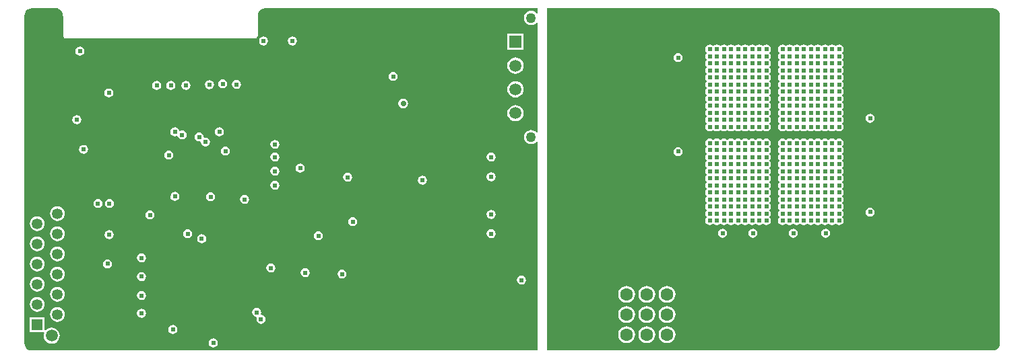
<source format=gbr>
%TF.GenerationSoftware,Altium Limited,Altium Designer,20.1.14 (287)*%
G04 Layer_Physical_Order=3*
G04 Layer_Color=16440176*
%FSLAX26Y26*%
%MOIN*%
%TF.SameCoordinates,99935E59-988C-4C8E-A83C-0B030DBE8EB2*%
%TF.FilePolarity,Positive*%
%TF.FileFunction,Copper,L3,Inr,Signal*%
%TF.Part,Single*%
G01*
G75*
%TA.AperFunction,ViaPad*%
%ADD41C,0.024000*%
%TA.AperFunction,ComponentPad*%
%ADD42C,0.062992*%
%ADD43C,0.059843*%
%ADD44R,0.059843X0.059843*%
%ADD45C,0.053150*%
%ADD46R,0.053150X0.053150*%
%ADD47C,0.050000*%
%ADD48C,0.059055*%
%TA.AperFunction,ViaPad*%
%ADD49C,0.028000*%
G36*
X180614Y1712176D02*
X188881Y1708751D01*
X195981Y1703304D01*
X201428Y1696204D01*
X204853Y1687937D01*
X205412Y1683691D01*
X205946Y1678917D01*
X205933Y1678851D01*
X206103Y1677994D01*
X206531Y1674141D01*
X206517Y1580001D01*
X206517Y1580000D01*
X206517Y1579999D01*
X206517Y1578295D01*
X207680Y1572442D01*
X210995Y1567480D01*
X215956Y1564164D01*
X221809Y1562999D01*
X227662Y1564162D01*
X228476Y1564706D01*
X1148470Y1564706D01*
X1149282Y1564163D01*
X1155135Y1562999D01*
X1160988Y1564163D01*
X1165949Y1567479D01*
X1169265Y1572440D01*
X1170429Y1578293D01*
Y1673123D01*
X1170804Y1677166D01*
X1170944Y1677866D01*
X1170931Y1677932D01*
X1171465Y1682706D01*
X1172024Y1686952D01*
X1175448Y1695219D01*
X1180896Y1702319D01*
X1187995Y1707766D01*
X1196263Y1711190D01*
X1204931Y1712332D01*
X1205237Y1712271D01*
X2555000D01*
Y1688044D01*
X2550000Y1686346D01*
X2547263Y1689914D01*
X2539951Y1695524D01*
X2531437Y1699050D01*
X2522300Y1700253D01*
X2513164Y1699050D01*
X2504649Y1695524D01*
X2497338Y1689914D01*
X2491728Y1682602D01*
X2488201Y1674088D01*
X2486998Y1664951D01*
X2488201Y1655814D01*
X2491728Y1647300D01*
X2497338Y1639989D01*
X2504649Y1634379D01*
X2513164Y1630852D01*
X2522300Y1629649D01*
X2531437Y1630852D01*
X2539951Y1634379D01*
X2547263Y1639989D01*
X2550000Y1643556D01*
X2555000Y1641859D01*
Y1097491D01*
X2550000Y1095794D01*
X2547263Y1099361D01*
X2539951Y1104971D01*
X2531437Y1108498D01*
X2522300Y1109701D01*
X2513164Y1108498D01*
X2504649Y1104971D01*
X2497338Y1099361D01*
X2491728Y1092050D01*
X2488201Y1083535D01*
X2486998Y1074399D01*
X2488201Y1065262D01*
X2491728Y1056748D01*
X2497338Y1049436D01*
X2504649Y1043826D01*
X2513164Y1040300D01*
X2522300Y1039097D01*
X2531437Y1040300D01*
X2539951Y1043826D01*
X2547263Y1049436D01*
X2550000Y1053004D01*
X2555000Y1051306D01*
Y16257D01*
X55241Y16257D01*
X50729Y16333D01*
X50348Y16408D01*
X50282Y16395D01*
X45509Y16930D01*
X41263Y17488D01*
X32995Y20913D01*
X25896Y26360D01*
X20448Y33460D01*
X17024Y41727D01*
X16465Y45973D01*
X15931Y50747D01*
X15944Y50813D01*
X15798Y51545D01*
X15409Y55548D01*
X15409Y1673130D01*
X15798Y1677134D01*
X15944Y1677866D01*
X15931Y1677932D01*
X16465Y1682706D01*
X17024Y1686952D01*
X20448Y1695219D01*
X25896Y1702319D01*
X32995Y1707766D01*
X41263Y1711190D01*
X45509Y1711749D01*
X50282Y1712284D01*
X50348Y1712271D01*
X50768Y1712354D01*
X55212Y1712494D01*
X171227D01*
X174002Y1713046D01*
X180614Y1712176D01*
D02*
G37*
G36*
X4816408Y1711190D02*
X4824676Y1707766D01*
X4831775Y1702319D01*
X4837223Y1695219D01*
X4840647Y1686952D01*
X4841206Y1682706D01*
X4841741Y1677932D01*
X4841727Y1677866D01*
X4841810Y1677453D01*
X4841941Y1672999D01*
X4841941Y55680D01*
X4841810Y51226D01*
X4841727Y50813D01*
X4841741Y50747D01*
X4841206Y45973D01*
X4840647Y41727D01*
X4837223Y33460D01*
X4831775Y26360D01*
X4824676Y20913D01*
X4816408Y17488D01*
X4812163Y16930D01*
X4807389Y16395D01*
X4807323Y16408D01*
X4806943Y16333D01*
X4802430Y16257D01*
X2600000Y16257D01*
Y1712271D01*
X4808203D01*
X4816408Y1711190D01*
D02*
G37*
%LPC*%
G36*
X1341647Y1573209D02*
X1333063Y1571502D01*
X1325786Y1566639D01*
X1320923Y1559362D01*
X1319216Y1550778D01*
X1320923Y1542194D01*
X1325786Y1534917D01*
X1333063Y1530054D01*
X1341647Y1528347D01*
X1350231Y1530054D01*
X1357508Y1534917D01*
X1362370Y1542194D01*
X1364078Y1550778D01*
X1362370Y1559362D01*
X1357508Y1566639D01*
X1350231Y1571502D01*
X1341647Y1573209D01*
D02*
G37*
G36*
X1198852D02*
X1190268Y1571502D01*
X1182991Y1566639D01*
X1178128Y1559362D01*
X1176421Y1550778D01*
X1178128Y1542194D01*
X1182991Y1534917D01*
X1190268Y1530054D01*
X1198852Y1528347D01*
X1207436Y1530054D01*
X1214713Y1534917D01*
X1219575Y1542194D01*
X1221283Y1550778D01*
X1219575Y1559362D01*
X1214713Y1566639D01*
X1207436Y1571502D01*
X1198852Y1573209D01*
D02*
G37*
G36*
X2485056Y1586762D02*
X2405214D01*
Y1506920D01*
X2485056D01*
Y1586762D01*
D02*
G37*
G36*
X290000Y1522431D02*
X281416Y1520724D01*
X274139Y1515861D01*
X269276Y1508584D01*
X267569Y1500000D01*
X269276Y1491416D01*
X274139Y1484139D01*
X281416Y1479276D01*
X290000Y1477569D01*
X298584Y1479276D01*
X305861Y1484139D01*
X310724Y1491416D01*
X312431Y1500000D01*
X310724Y1508584D01*
X305861Y1515861D01*
X298584Y1520724D01*
X290000Y1522431D01*
D02*
G37*
G36*
X2445135Y1468996D02*
X2434713Y1467624D01*
X2425002Y1463602D01*
X2416663Y1457203D01*
X2410264Y1448864D01*
X2406241Y1439152D01*
X2404869Y1428731D01*
X2406241Y1418309D01*
X2410264Y1408598D01*
X2416663Y1400259D01*
X2425002Y1393860D01*
X2434713Y1389837D01*
X2445135Y1388465D01*
X2455557Y1389837D01*
X2465268Y1393860D01*
X2473607Y1400259D01*
X2480006Y1408598D01*
X2484029Y1418309D01*
X2485401Y1428731D01*
X2484029Y1439152D01*
X2480006Y1448864D01*
X2473607Y1457203D01*
X2465268Y1463602D01*
X2455557Y1467624D01*
X2445135Y1468996D01*
D02*
G37*
G36*
X1839921Y1397510D02*
X1831337Y1395802D01*
X1824060Y1390940D01*
X1819198Y1383663D01*
X1817490Y1375079D01*
X1819198Y1366495D01*
X1824060Y1359218D01*
X1831337Y1354355D01*
X1839921Y1352648D01*
X1848505Y1354355D01*
X1855782Y1359218D01*
X1860645Y1366495D01*
X1862352Y1375079D01*
X1860645Y1383663D01*
X1855782Y1390940D01*
X1848505Y1395802D01*
X1839921Y1397510D01*
D02*
G37*
G36*
X997000Y1360846D02*
X988416Y1359138D01*
X981139Y1354276D01*
X976276Y1346999D01*
X974569Y1338415D01*
X976276Y1329831D01*
X981139Y1322554D01*
X988416Y1317691D01*
X997000Y1315984D01*
X1005584Y1317691D01*
X1012861Y1322554D01*
X1017723Y1329831D01*
X1019431Y1338415D01*
X1017723Y1346999D01*
X1012861Y1354276D01*
X1005584Y1359138D01*
X997000Y1360846D01*
D02*
G37*
G36*
X1065000Y1357431D02*
X1056416Y1355724D01*
X1049139Y1350861D01*
X1044276Y1343584D01*
X1042569Y1335000D01*
X1044276Y1326416D01*
X1049139Y1319139D01*
X1056416Y1314276D01*
X1065000Y1312569D01*
X1073584Y1314276D01*
X1080861Y1319139D01*
X1085724Y1326416D01*
X1087431Y1335000D01*
X1085724Y1343584D01*
X1080861Y1350861D01*
X1073584Y1355724D01*
X1065000Y1357431D01*
D02*
G37*
G36*
X930911Y1356756D02*
X922327Y1355049D01*
X915050Y1350187D01*
X910187Y1342909D01*
X908480Y1334325D01*
X910187Y1325741D01*
X915050Y1318464D01*
X922327Y1313602D01*
X930911Y1311894D01*
X939495Y1313602D01*
X946772Y1318464D01*
X951634Y1325741D01*
X953342Y1334325D01*
X951634Y1342909D01*
X946772Y1350187D01*
X939495Y1355049D01*
X930911Y1356756D01*
D02*
G37*
G36*
X815000Y1352431D02*
X806416Y1350724D01*
X799139Y1345861D01*
X794277Y1338584D01*
X792569Y1330000D01*
X794277Y1321416D01*
X799139Y1314139D01*
X806416Y1309276D01*
X815000Y1307569D01*
X823584Y1309276D01*
X830861Y1314139D01*
X835723Y1321416D01*
X837431Y1330000D01*
X835723Y1338584D01*
X830861Y1345861D01*
X823584Y1350724D01*
X815000Y1352431D01*
D02*
G37*
G36*
X740000D02*
X731416Y1350724D01*
X724139Y1345861D01*
X719277Y1338584D01*
X717569Y1330000D01*
X719277Y1321416D01*
X724139Y1314139D01*
X731416Y1309276D01*
X740000Y1307569D01*
X748584Y1309276D01*
X755861Y1314139D01*
X760723Y1321416D01*
X762431Y1330000D01*
X760723Y1338584D01*
X755861Y1345861D01*
X748584Y1350724D01*
X740000Y1352431D01*
D02*
G37*
G36*
X670000D02*
X661416Y1350724D01*
X654139Y1345861D01*
X649277Y1338584D01*
X647569Y1330000D01*
X649277Y1321416D01*
X654139Y1314139D01*
X661416Y1309276D01*
X670000Y1307569D01*
X678584Y1309276D01*
X685861Y1314139D01*
X690723Y1321416D01*
X692431Y1330000D01*
X690723Y1338584D01*
X685861Y1345861D01*
X678584Y1350724D01*
X670000Y1352431D01*
D02*
G37*
G36*
X433387Y1315431D02*
X424803Y1313724D01*
X417526Y1308861D01*
X412664Y1301584D01*
X410956Y1293000D01*
X412664Y1284416D01*
X417526Y1277139D01*
X424803Y1272276D01*
X433387Y1270569D01*
X441971Y1272276D01*
X449248Y1277139D01*
X454111Y1284416D01*
X455818Y1293000D01*
X454111Y1301584D01*
X449248Y1308861D01*
X441971Y1313724D01*
X433387Y1315431D01*
D02*
G37*
G36*
X2445135Y1350886D02*
X2434713Y1349514D01*
X2425002Y1345492D01*
X2416663Y1339093D01*
X2410264Y1330754D01*
X2406241Y1321042D01*
X2404869Y1310621D01*
X2406241Y1300199D01*
X2410264Y1290488D01*
X2416663Y1282149D01*
X2425002Y1275749D01*
X2434713Y1271727D01*
X2445135Y1270355D01*
X2455557Y1271727D01*
X2465268Y1275749D01*
X2473607Y1282149D01*
X2480006Y1290488D01*
X2484029Y1300199D01*
X2485401Y1310621D01*
X2484029Y1321042D01*
X2480006Y1330754D01*
X2473607Y1339093D01*
X2465268Y1345492D01*
X2455557Y1349514D01*
X2445135Y1350886D01*
D02*
G37*
G36*
X1890000Y1264470D02*
X1880636Y1262608D01*
X1872697Y1257303D01*
X1867392Y1249364D01*
X1865530Y1240000D01*
X1867392Y1230636D01*
X1872697Y1222697D01*
X1880636Y1217392D01*
X1890000Y1215530D01*
X1899364Y1217392D01*
X1907303Y1222697D01*
X1912608Y1230636D01*
X1914470Y1240000D01*
X1912608Y1249364D01*
X1907303Y1257303D01*
X1899364Y1262608D01*
X1890000Y1264470D01*
D02*
G37*
G36*
X2445135Y1232776D02*
X2434713Y1231404D01*
X2425002Y1227381D01*
X2416663Y1220983D01*
X2410264Y1212643D01*
X2406241Y1202932D01*
X2404869Y1192510D01*
X2406241Y1182089D01*
X2410264Y1172378D01*
X2416663Y1164038D01*
X2425002Y1157639D01*
X2434713Y1153617D01*
X2445135Y1152245D01*
X2455557Y1153617D01*
X2465268Y1157639D01*
X2473607Y1164038D01*
X2480006Y1172378D01*
X2484029Y1182089D01*
X2485401Y1192510D01*
X2484029Y1202932D01*
X2480006Y1212643D01*
X2473607Y1220983D01*
X2465268Y1227381D01*
X2455557Y1231404D01*
X2445135Y1232776D01*
D02*
G37*
G36*
X275000Y1182431D02*
X266416Y1180724D01*
X259139Y1175861D01*
X254276Y1168584D01*
X252569Y1160000D01*
X254276Y1151416D01*
X259139Y1144139D01*
X266416Y1139276D01*
X275000Y1137569D01*
X283584Y1139276D01*
X290861Y1144139D01*
X295724Y1151416D01*
X297431Y1160000D01*
X295724Y1168584D01*
X290861Y1175861D01*
X283584Y1180724D01*
X275000Y1182431D01*
D02*
G37*
G36*
X980000Y1122431D02*
X971416Y1120724D01*
X964139Y1115861D01*
X959277Y1108584D01*
X957569Y1100000D01*
X959277Y1091416D01*
X964139Y1084139D01*
X971416Y1079276D01*
X980000Y1077569D01*
X988584Y1079276D01*
X995861Y1084139D01*
X1000723Y1091416D01*
X1002431Y1100000D01*
X1000723Y1108584D01*
X995861Y1115861D01*
X988584Y1120724D01*
X980000Y1122431D01*
D02*
G37*
G36*
X760410D02*
X751827Y1120724D01*
X744549Y1115861D01*
X739687Y1108584D01*
X737980Y1100000D01*
X739687Y1091416D01*
X744549Y1084139D01*
X751827Y1079276D01*
X760410Y1077569D01*
X768995Y1079276D01*
X770234Y1080104D01*
X774853Y1078191D01*
X775255Y1076171D01*
X780117Y1068894D01*
X787394Y1064032D01*
X795978Y1062324D01*
X804562Y1064032D01*
X811839Y1068894D01*
X816702Y1076171D01*
X818409Y1084755D01*
X816702Y1093340D01*
X811839Y1100617D01*
X804562Y1105479D01*
X795978Y1107187D01*
X787394Y1105479D01*
X786155Y1104651D01*
X781536Y1106564D01*
X781134Y1108584D01*
X776272Y1115861D01*
X768995Y1120724D01*
X760410Y1122431D01*
D02*
G37*
G36*
X880000Y1097431D02*
X871416Y1095724D01*
X864139Y1090861D01*
X859277Y1083584D01*
X857569Y1075000D01*
X859277Y1066416D01*
X864139Y1059139D01*
X871416Y1054276D01*
X880000Y1052569D01*
X884808Y1053525D01*
X889112Y1049537D01*
X890820Y1040953D01*
X895682Y1033676D01*
X902959Y1028813D01*
X911543Y1027106D01*
X920127Y1028813D01*
X927404Y1033676D01*
X932267Y1040953D01*
X933974Y1049537D01*
X932267Y1058121D01*
X927404Y1065398D01*
X920127Y1070260D01*
X911543Y1071968D01*
X906736Y1071011D01*
X902431Y1075000D01*
X900723Y1083584D01*
X895861Y1090861D01*
X888584Y1095724D01*
X880000Y1097431D01*
D02*
G37*
G36*
X1255000Y1060511D02*
X1246416Y1058803D01*
X1239139Y1053941D01*
X1234276Y1046664D01*
X1232569Y1038080D01*
X1234276Y1029496D01*
X1239139Y1022219D01*
X1246416Y1017356D01*
X1255000Y1015649D01*
X1263584Y1017356D01*
X1270861Y1022219D01*
X1275724Y1029496D01*
X1277431Y1038080D01*
X1275724Y1046664D01*
X1270861Y1053941D01*
X1263584Y1058803D01*
X1255000Y1060511D01*
D02*
G37*
G36*
X308788Y1035431D02*
X300204Y1033724D01*
X292927Y1028861D01*
X288065Y1021584D01*
X286357Y1013000D01*
X288065Y1004416D01*
X292927Y997139D01*
X300204Y992277D01*
X308788Y990569D01*
X317372Y992277D01*
X324649Y997139D01*
X329512Y1004416D01*
X331219Y1013000D01*
X329512Y1021584D01*
X324649Y1028861D01*
X317372Y1033724D01*
X308788Y1035431D01*
D02*
G37*
G36*
X1010000Y1027431D02*
X1001416Y1025724D01*
X994139Y1020861D01*
X989277Y1013584D01*
X987569Y1005000D01*
X989277Y996416D01*
X994139Y989139D01*
X1001416Y984277D01*
X1010000Y982569D01*
X1018584Y984277D01*
X1025861Y989139D01*
X1030724Y996416D01*
X1032431Y1005000D01*
X1030724Y1013584D01*
X1025861Y1020861D01*
X1018584Y1025724D01*
X1010000Y1027431D01*
D02*
G37*
G36*
X730000Y1007431D02*
X721416Y1005723D01*
X714139Y1000861D01*
X709277Y993584D01*
X707569Y985000D01*
X709277Y976416D01*
X714139Y969139D01*
X721416Y964277D01*
X730000Y962569D01*
X738584Y964277D01*
X745861Y969139D01*
X750723Y976416D01*
X752431Y985000D01*
X750723Y993584D01*
X745861Y1000861D01*
X738584Y1005723D01*
X730000Y1007431D01*
D02*
G37*
G36*
X2325000Y997431D02*
X2316416Y995723D01*
X2309139Y990861D01*
X2304276Y983584D01*
X2302569Y975000D01*
X2304276Y966416D01*
X2309139Y959139D01*
X2316416Y954277D01*
X2325000Y952569D01*
X2333584Y954277D01*
X2340861Y959139D01*
X2345724Y966416D01*
X2347431Y975000D01*
X2345724Y983584D01*
X2340861Y990861D01*
X2333584Y995723D01*
X2325000Y997431D01*
D02*
G37*
G36*
X1255000D02*
X1246416Y995723D01*
X1239139Y990861D01*
X1234276Y983584D01*
X1232569Y975000D01*
X1234276Y966416D01*
X1239139Y959139D01*
X1246416Y954277D01*
X1255000Y952569D01*
X1263584Y954277D01*
X1270861Y959139D01*
X1275724Y966416D01*
X1277431Y975000D01*
X1275724Y983584D01*
X1270861Y990861D01*
X1263584Y995723D01*
X1255000Y997431D01*
D02*
G37*
G36*
X1380000Y942431D02*
X1371416Y940723D01*
X1364139Y935861D01*
X1359276Y928584D01*
X1357569Y920000D01*
X1359276Y911416D01*
X1364139Y904139D01*
X1371416Y899277D01*
X1380000Y897569D01*
X1388584Y899277D01*
X1395861Y904139D01*
X1400724Y911416D01*
X1402431Y920000D01*
X1400724Y928584D01*
X1395861Y935861D01*
X1388584Y940723D01*
X1380000Y942431D01*
D02*
G37*
G36*
X1255000Y927431D02*
X1246416Y925723D01*
X1239139Y920861D01*
X1234276Y913584D01*
X1232569Y905000D01*
X1234276Y896416D01*
X1239139Y889139D01*
X1246416Y884277D01*
X1255000Y882569D01*
X1263584Y884277D01*
X1270861Y889139D01*
X1275724Y896416D01*
X1277431Y905000D01*
X1275724Y913584D01*
X1270861Y920861D01*
X1263584Y925723D01*
X1255000Y927431D01*
D02*
G37*
G36*
X2325000Y899803D02*
X2316416Y898095D01*
X2309139Y893233D01*
X2304276Y885956D01*
X2302569Y877371D01*
X2304276Y868788D01*
X2309139Y861510D01*
X2316416Y856648D01*
X2325000Y854941D01*
X2333584Y856648D01*
X2340861Y861510D01*
X2345724Y868788D01*
X2347431Y877371D01*
X2345724Y885956D01*
X2340861Y893233D01*
X2333584Y898095D01*
X2325000Y899803D01*
D02*
G37*
G36*
X1615000Y897431D02*
X1606416Y895723D01*
X1599139Y890861D01*
X1594276Y883584D01*
X1592569Y875000D01*
X1594276Y866416D01*
X1599139Y859139D01*
X1606416Y854277D01*
X1615000Y852569D01*
X1623584Y854277D01*
X1630861Y859139D01*
X1635724Y866416D01*
X1637431Y875000D01*
X1635724Y883584D01*
X1630861Y890861D01*
X1623584Y895723D01*
X1615000Y897431D01*
D02*
G37*
G36*
X1985000Y882431D02*
X1976416Y880723D01*
X1969139Y875861D01*
X1964276Y868584D01*
X1962569Y860000D01*
X1964276Y851416D01*
X1969139Y844139D01*
X1976416Y839277D01*
X1985000Y837569D01*
X1993584Y839277D01*
X2000861Y844139D01*
X2005724Y851416D01*
X2007431Y860000D01*
X2005724Y868584D01*
X2000861Y875861D01*
X1993584Y880723D01*
X1985000Y882431D01*
D02*
G37*
G36*
X1255000Y857431D02*
X1246416Y855723D01*
X1239139Y850861D01*
X1234276Y843584D01*
X1232569Y835000D01*
X1234276Y826416D01*
X1239139Y819139D01*
X1246416Y814277D01*
X1255000Y812569D01*
X1263584Y814277D01*
X1270861Y819139D01*
X1275724Y826416D01*
X1277431Y835000D01*
X1275724Y843584D01*
X1270861Y850861D01*
X1263584Y855723D01*
X1255000Y857431D01*
D02*
G37*
G36*
X760410Y802226D02*
X751827Y800518D01*
X744549Y795656D01*
X739687Y788379D01*
X737980Y779795D01*
X739687Y771211D01*
X744549Y763934D01*
X751827Y759071D01*
X760410Y757364D01*
X768995Y759071D01*
X776272Y763934D01*
X781134Y771211D01*
X782841Y779795D01*
X781134Y788379D01*
X776272Y795656D01*
X768995Y800518D01*
X760410Y802226D01*
D02*
G37*
G36*
X936443Y801059D02*
X927859Y799352D01*
X920582Y794489D01*
X915720Y787212D01*
X914012Y778628D01*
X915720Y770044D01*
X920582Y762767D01*
X927859Y757905D01*
X936443Y756197D01*
X945027Y757905D01*
X952304Y762767D01*
X957167Y770044D01*
X958874Y778628D01*
X957167Y787212D01*
X952304Y794489D01*
X945027Y799352D01*
X936443Y801059D01*
D02*
G37*
G36*
X1105000Y787431D02*
X1096416Y785723D01*
X1089139Y780861D01*
X1084276Y773584D01*
X1082569Y765000D01*
X1084276Y756416D01*
X1089139Y749139D01*
X1096416Y744277D01*
X1105000Y742569D01*
X1113584Y744277D01*
X1120861Y749139D01*
X1125724Y756416D01*
X1127431Y765000D01*
X1125724Y773584D01*
X1120861Y780861D01*
X1113584Y785723D01*
X1105000Y787431D01*
D02*
G37*
G36*
X436082Y767431D02*
X427498Y765723D01*
X420221Y760861D01*
X415358Y753584D01*
X413651Y745000D01*
X415358Y736416D01*
X420221Y729139D01*
X427498Y724277D01*
X436082Y722569D01*
X444666Y724277D01*
X451943Y729139D01*
X456805Y736416D01*
X458513Y745000D01*
X456805Y753584D01*
X451943Y760861D01*
X444666Y765723D01*
X436082Y767431D01*
D02*
G37*
G36*
X379503D02*
X370919Y765723D01*
X363642Y760861D01*
X358779Y753584D01*
X357072Y745000D01*
X358779Y736416D01*
X363642Y729139D01*
X370919Y724277D01*
X379503Y722569D01*
X388087Y724277D01*
X395364Y729139D01*
X400226Y736416D01*
X401934Y745000D01*
X400226Y753584D01*
X395364Y760861D01*
X388087Y765723D01*
X379503Y767431D01*
D02*
G37*
G36*
X2325000Y713227D02*
X2316416Y711520D01*
X2309139Y706658D01*
X2304276Y699380D01*
X2302569Y690796D01*
X2304276Y682212D01*
X2309139Y674935D01*
X2316416Y670073D01*
X2325000Y668365D01*
X2333584Y670073D01*
X2340861Y674935D01*
X2345724Y682212D01*
X2347431Y690796D01*
X2345724Y699380D01*
X2340861Y706658D01*
X2333584Y711520D01*
X2325000Y713227D01*
D02*
G37*
G36*
X636828Y711024D02*
X628244Y709316D01*
X620967Y704454D01*
X616104Y697177D01*
X614397Y688593D01*
X616104Y680009D01*
X620967Y672731D01*
X628244Y667869D01*
X636828Y666162D01*
X645412Y667869D01*
X652689Y672731D01*
X657551Y680009D01*
X659259Y688593D01*
X657551Y697177D01*
X652689Y704454D01*
X645412Y709316D01*
X636828Y711024D01*
D02*
G37*
G36*
X179134Y732009D02*
X169586Y730751D01*
X160689Y727066D01*
X153048Y721204D01*
X147186Y713563D01*
X143500Y704666D01*
X142244Y695118D01*
X143500Y685570D01*
X147186Y676673D01*
X153048Y669033D01*
X160689Y663170D01*
X169586Y659485D01*
X179134Y658228D01*
X188682Y659485D01*
X197579Y663170D01*
X205219Y669033D01*
X211082Y676673D01*
X214767Y685570D01*
X216024Y695118D01*
X214767Y704666D01*
X211082Y713563D01*
X205219Y721204D01*
X197579Y727066D01*
X188682Y730751D01*
X179134Y732009D01*
D02*
G37*
G36*
X1640000Y677431D02*
X1631416Y675723D01*
X1624139Y670861D01*
X1619276Y663584D01*
X1617569Y655000D01*
X1619276Y646416D01*
X1624139Y639139D01*
X1631416Y634277D01*
X1640000Y632569D01*
X1648584Y634277D01*
X1655861Y639139D01*
X1660724Y646416D01*
X1662431Y655000D01*
X1660724Y663584D01*
X1655861Y670861D01*
X1648584Y675723D01*
X1640000Y677431D01*
D02*
G37*
G36*
X79134Y682009D02*
X69586Y680751D01*
X60689Y677066D01*
X53048Y671204D01*
X47186Y663563D01*
X43501Y654666D01*
X42243Y645118D01*
X43501Y635570D01*
X47186Y626673D01*
X53048Y619033D01*
X60689Y613170D01*
X69586Y609485D01*
X79134Y608228D01*
X88682Y609485D01*
X97579Y613170D01*
X105219Y619033D01*
X111082Y626673D01*
X114767Y635570D01*
X116024Y645118D01*
X114767Y654666D01*
X111082Y663563D01*
X105219Y671204D01*
X97579Y677066D01*
X88682Y680751D01*
X79134Y682009D01*
D02*
G37*
G36*
X823126Y617549D02*
X814542Y615842D01*
X807265Y610979D01*
X802403Y603702D01*
X800695Y595118D01*
X802403Y586534D01*
X807265Y579257D01*
X814542Y574395D01*
X823126Y572687D01*
X831710Y574395D01*
X838987Y579257D01*
X843850Y586534D01*
X845557Y595118D01*
X843850Y603702D01*
X838987Y610979D01*
X831710Y615842D01*
X823126Y617549D01*
D02*
G37*
G36*
X2325000Y617431D02*
X2316416Y615723D01*
X2309139Y610861D01*
X2304276Y603584D01*
X2302569Y595000D01*
X2304276Y586416D01*
X2309139Y579139D01*
X2316416Y574277D01*
X2325000Y572569D01*
X2333584Y574277D01*
X2340861Y579139D01*
X2345724Y586416D01*
X2347431Y595000D01*
X2345724Y603584D01*
X2340861Y610861D01*
X2333584Y615723D01*
X2325000Y617431D01*
D02*
G37*
G36*
X435000Y612431D02*
X426416Y610723D01*
X419139Y605861D01*
X414276Y598584D01*
X412569Y590000D01*
X414276Y581416D01*
X419139Y574139D01*
X426416Y569277D01*
X435000Y567569D01*
X443584Y569277D01*
X450861Y574139D01*
X455724Y581416D01*
X457431Y590000D01*
X455724Y598584D01*
X450861Y605861D01*
X443584Y610723D01*
X435000Y612431D01*
D02*
G37*
G36*
X1470000Y607431D02*
X1461416Y605723D01*
X1454139Y600861D01*
X1449276Y593584D01*
X1447569Y585000D01*
X1449276Y576416D01*
X1454139Y569139D01*
X1461416Y564277D01*
X1470000Y562569D01*
X1478584Y564277D01*
X1485861Y569139D01*
X1490724Y576416D01*
X1492431Y585000D01*
X1490724Y593584D01*
X1485861Y600861D01*
X1478584Y605723D01*
X1470000Y607431D01*
D02*
G37*
G36*
X179134Y632009D02*
X169586Y630751D01*
X160689Y627066D01*
X153048Y621204D01*
X147186Y613563D01*
X143500Y604666D01*
X142244Y595118D01*
X143500Y585570D01*
X147186Y576673D01*
X153048Y569033D01*
X160689Y563170D01*
X169586Y559485D01*
X179134Y558228D01*
X188682Y559485D01*
X197579Y563170D01*
X205219Y569033D01*
X211082Y576673D01*
X214767Y585570D01*
X216024Y595118D01*
X214767Y604666D01*
X211082Y613563D01*
X205219Y621204D01*
X197579Y627066D01*
X188682Y630751D01*
X179134Y632009D01*
D02*
G37*
G36*
X892716Y592431D02*
X884132Y590723D01*
X876855Y585861D01*
X871993Y578584D01*
X870285Y570000D01*
X871993Y561416D01*
X876855Y554139D01*
X884132Y549277D01*
X892716Y547569D01*
X901300Y549277D01*
X908577Y554139D01*
X913440Y561416D01*
X915147Y570000D01*
X913440Y578584D01*
X908577Y585861D01*
X901300Y590723D01*
X892716Y592431D01*
D02*
G37*
G36*
X79134Y582009D02*
X69586Y580751D01*
X60689Y577066D01*
X53048Y571204D01*
X47186Y563563D01*
X43501Y554666D01*
X42243Y545118D01*
X43501Y535570D01*
X47186Y526673D01*
X53048Y519033D01*
X60689Y513170D01*
X69586Y509485D01*
X79134Y508228D01*
X88682Y509485D01*
X97579Y513170D01*
X105219Y519033D01*
X111082Y526673D01*
X114767Y535570D01*
X116024Y545118D01*
X114767Y554666D01*
X111082Y563563D01*
X105219Y571204D01*
X97579Y577066D01*
X88682Y580751D01*
X79134Y582009D01*
D02*
G37*
G36*
X179134Y532009D02*
X169586Y530751D01*
X160689Y527066D01*
X153048Y521204D01*
X147186Y513563D01*
X143500Y504666D01*
X142244Y495118D01*
X143500Y485570D01*
X147186Y476673D01*
X153048Y469033D01*
X160689Y463170D01*
X169586Y459485D01*
X179134Y458228D01*
X188682Y459485D01*
X197579Y463170D01*
X205219Y469033D01*
X211082Y476673D01*
X214767Y485570D01*
X216024Y495118D01*
X214767Y504666D01*
X211082Y513563D01*
X205219Y521204D01*
X197579Y527066D01*
X188682Y530751D01*
X179134Y532009D01*
D02*
G37*
G36*
X595000Y497527D02*
X586416Y495820D01*
X579139Y490957D01*
X574277Y483680D01*
X572569Y475096D01*
X574277Y466512D01*
X579139Y459235D01*
X586416Y454373D01*
X595000Y452665D01*
X603584Y454373D01*
X610861Y459235D01*
X615723Y466512D01*
X617431Y475096D01*
X615723Y483680D01*
X610861Y490957D01*
X603584Y495820D01*
X595000Y497527D01*
D02*
G37*
G36*
X426528Y467920D02*
X417944Y466212D01*
X410667Y461350D01*
X405804Y454072D01*
X404097Y445488D01*
X405804Y436904D01*
X410667Y429627D01*
X417944Y424765D01*
X426528Y423058D01*
X435112Y424765D01*
X442389Y429627D01*
X447251Y436904D01*
X448959Y445488D01*
X447251Y454072D01*
X442389Y461350D01*
X435112Y466212D01*
X426528Y467920D01*
D02*
G37*
G36*
X79134Y482009D02*
X69586Y480752D01*
X60689Y477066D01*
X53048Y471204D01*
X47186Y463563D01*
X43501Y454666D01*
X42243Y445118D01*
X43501Y435570D01*
X47186Y426673D01*
X53048Y419033D01*
X60689Y413170D01*
X69586Y409485D01*
X79134Y408228D01*
X88682Y409485D01*
X97579Y413170D01*
X105219Y419033D01*
X111082Y426673D01*
X114767Y435570D01*
X116024Y445118D01*
X114767Y454666D01*
X111082Y463563D01*
X105219Y471204D01*
X97579Y477066D01*
X88682Y480752D01*
X79134Y482009D01*
D02*
G37*
G36*
X1235000Y447431D02*
X1226416Y445724D01*
X1219139Y440861D01*
X1214276Y433584D01*
X1212569Y425000D01*
X1214276Y416416D01*
X1219139Y409139D01*
X1226416Y404276D01*
X1235000Y402569D01*
X1243584Y404276D01*
X1250861Y409139D01*
X1255724Y416416D01*
X1257431Y425000D01*
X1255724Y433584D01*
X1250861Y440861D01*
X1243584Y445724D01*
X1235000Y447431D01*
D02*
G37*
G36*
X1405000Y424292D02*
X1396416Y422584D01*
X1389139Y417722D01*
X1384276Y410445D01*
X1382569Y401861D01*
X1384276Y393277D01*
X1389139Y386000D01*
X1396416Y381137D01*
X1405000Y379430D01*
X1413584Y381137D01*
X1420861Y386000D01*
X1425724Y393277D01*
X1427431Y401861D01*
X1425724Y410445D01*
X1420861Y417722D01*
X1413584Y422584D01*
X1405000Y424292D01*
D02*
G37*
G36*
X1587176Y417656D02*
X1578592Y415948D01*
X1571315Y411086D01*
X1566453Y403809D01*
X1564745Y395225D01*
X1566453Y386641D01*
X1571315Y379364D01*
X1578592Y374501D01*
X1587176Y372794D01*
X1595760Y374501D01*
X1603037Y379364D01*
X1607900Y386641D01*
X1609607Y395225D01*
X1607900Y403809D01*
X1603037Y411086D01*
X1595760Y415948D01*
X1587176Y417656D01*
D02*
G37*
G36*
X595000Y404772D02*
X586416Y403065D01*
X579139Y398203D01*
X574277Y390925D01*
X572569Y382341D01*
X574277Y373757D01*
X579139Y366480D01*
X586416Y361618D01*
X595000Y359911D01*
X603584Y361618D01*
X610861Y366480D01*
X615723Y373757D01*
X617431Y382341D01*
X615723Y390925D01*
X610861Y398203D01*
X603584Y403065D01*
X595000Y404772D01*
D02*
G37*
G36*
X179134Y432009D02*
X169586Y430752D01*
X160689Y427066D01*
X153048Y421204D01*
X147186Y413563D01*
X143500Y404666D01*
X142244Y395118D01*
X143500Y385570D01*
X147186Y376673D01*
X153048Y369033D01*
X160689Y363170D01*
X169586Y359485D01*
X179134Y358228D01*
X188682Y359485D01*
X197579Y363170D01*
X205219Y369033D01*
X211082Y376673D01*
X214767Y385570D01*
X216024Y395118D01*
X214767Y404666D01*
X211082Y413563D01*
X205219Y421204D01*
X197579Y427066D01*
X188682Y430752D01*
X179134Y432009D01*
D02*
G37*
G36*
X2475000Y387431D02*
X2466416Y385724D01*
X2459139Y380861D01*
X2454276Y373584D01*
X2452569Y365000D01*
X2454276Y356416D01*
X2459139Y349139D01*
X2466416Y344276D01*
X2475000Y342569D01*
X2483584Y344276D01*
X2490861Y349139D01*
X2495724Y356416D01*
X2497431Y365000D01*
X2495724Y373584D01*
X2490861Y380861D01*
X2483584Y385724D01*
X2475000Y387431D01*
D02*
G37*
G36*
X79134Y382009D02*
X69586Y380752D01*
X60689Y377066D01*
X53048Y371204D01*
X47186Y363563D01*
X43501Y354666D01*
X42243Y345118D01*
X43501Y335570D01*
X47186Y326673D01*
X53048Y319033D01*
X60689Y313170D01*
X69586Y309485D01*
X79134Y308228D01*
X88682Y309485D01*
X97579Y313170D01*
X105219Y319033D01*
X111082Y326673D01*
X114767Y335570D01*
X116024Y345118D01*
X114767Y354666D01*
X111082Y363563D01*
X105219Y371204D01*
X97579Y377066D01*
X88682Y380752D01*
X79134Y382009D01*
D02*
G37*
G36*
X595000Y310560D02*
X586416Y308853D01*
X579139Y303990D01*
X574277Y296713D01*
X572569Y288129D01*
X574277Y279545D01*
X579139Y272268D01*
X586416Y267406D01*
X595000Y265698D01*
X603584Y267406D01*
X610861Y272268D01*
X615723Y279545D01*
X617431Y288129D01*
X615723Y296713D01*
X610861Y303990D01*
X603584Y308853D01*
X595000Y310560D01*
D02*
G37*
G36*
X179134Y332009D02*
X169586Y330752D01*
X160689Y327066D01*
X153048Y321204D01*
X147186Y313563D01*
X143500Y304666D01*
X142244Y295118D01*
X143500Y285570D01*
X147186Y276673D01*
X153048Y269033D01*
X160689Y263170D01*
X169586Y259485D01*
X179134Y258228D01*
X188682Y259485D01*
X197579Y263170D01*
X205219Y269033D01*
X211082Y276673D01*
X214767Y285570D01*
X216024Y295118D01*
X214767Y304666D01*
X211082Y313563D01*
X205219Y321204D01*
X197579Y327066D01*
X188682Y330752D01*
X179134Y332009D01*
D02*
G37*
G36*
X79134Y282009D02*
X69586Y280752D01*
X60689Y277066D01*
X53048Y271204D01*
X47186Y263563D01*
X43501Y254666D01*
X42243Y245118D01*
X43501Y235570D01*
X47186Y226673D01*
X53048Y219033D01*
X60689Y213170D01*
X69586Y209485D01*
X79134Y208228D01*
X88682Y209485D01*
X97579Y213170D01*
X105219Y219033D01*
X111082Y226673D01*
X114767Y235570D01*
X116024Y245118D01*
X114767Y254666D01*
X111082Y263563D01*
X105219Y271204D01*
X97579Y277066D01*
X88682Y280752D01*
X79134Y282009D01*
D02*
G37*
G36*
X595000Y223022D02*
X586416Y221314D01*
X579139Y216452D01*
X574277Y209175D01*
X572569Y200591D01*
X574277Y192007D01*
X579139Y184730D01*
X586416Y179867D01*
X595000Y178160D01*
X603584Y179867D01*
X610861Y184730D01*
X615723Y192007D01*
X617431Y200591D01*
X615723Y209175D01*
X610861Y216452D01*
X603584Y221314D01*
X595000Y223022D01*
D02*
G37*
G36*
X179134Y232008D02*
X169586Y230751D01*
X160689Y227066D01*
X153048Y221204D01*
X147186Y213563D01*
X143500Y204666D01*
X142244Y195118D01*
X143500Y185570D01*
X147186Y176673D01*
X153048Y169033D01*
X160689Y163170D01*
X169586Y159485D01*
X179134Y158228D01*
X188682Y159485D01*
X197579Y163170D01*
X205219Y169033D01*
X211082Y176673D01*
X214767Y185570D01*
X216024Y195118D01*
X214767Y204666D01*
X211082Y213563D01*
X205219Y221204D01*
X197579Y227066D01*
X188682Y230751D01*
X179134Y232008D01*
D02*
G37*
G36*
X1165000Y227431D02*
X1156416Y225724D01*
X1149139Y220861D01*
X1144276Y213584D01*
X1142569Y205000D01*
X1144276Y196416D01*
X1149139Y189139D01*
X1156416Y184276D01*
X1161858Y183194D01*
X1165092Y180184D01*
X1165183Y177823D01*
X1163858Y171159D01*
X1165565Y162575D01*
X1170428Y155298D01*
X1177705Y150436D01*
X1186289Y148728D01*
X1194873Y150436D01*
X1202150Y155298D01*
X1207012Y162575D01*
X1208720Y171159D01*
X1207012Y179743D01*
X1202150Y187020D01*
X1194873Y191883D01*
X1189431Y192965D01*
X1186197Y195976D01*
X1186106Y198337D01*
X1187431Y205000D01*
X1185724Y213584D01*
X1180861Y220861D01*
X1173584Y225724D01*
X1165000Y227431D01*
D02*
G37*
G36*
X750000Y142431D02*
X741416Y140724D01*
X734139Y135861D01*
X729277Y128584D01*
X727569Y120000D01*
X729277Y111416D01*
X734139Y104139D01*
X741416Y99276D01*
X750000Y97569D01*
X758584Y99276D01*
X765861Y104139D01*
X770723Y111416D01*
X772431Y120000D01*
X770723Y128584D01*
X765861Y135861D01*
X758584Y140724D01*
X750000Y142431D01*
D02*
G37*
G36*
X115709Y181693D02*
X42559D01*
Y108543D01*
X110397D01*
X113175Y104386D01*
X111490Y100319D01*
X110131Y90000D01*
X111490Y79681D01*
X115473Y70066D01*
X121809Y61809D01*
X130066Y55473D01*
X139681Y51490D01*
X150000Y50131D01*
X160319Y51490D01*
X169934Y55473D01*
X178191Y61809D01*
X184527Y70066D01*
X188510Y79681D01*
X189869Y90000D01*
X188510Y100319D01*
X184527Y109934D01*
X178191Y118191D01*
X169934Y124527D01*
X160319Y128510D01*
X150000Y129869D01*
X139681Y128510D01*
X130066Y124527D01*
X121809Y118191D01*
X120443Y116412D01*
X115709Y118019D01*
Y181693D01*
D02*
G37*
G36*
X950000Y75808D02*
X941416Y74100D01*
X934139Y69238D01*
X929277Y61961D01*
X927569Y53377D01*
X929277Y44793D01*
X934139Y37516D01*
X941416Y32653D01*
X950000Y30946D01*
X958584Y32653D01*
X965861Y37516D01*
X970723Y44793D01*
X972431Y53377D01*
X970723Y61961D01*
X965861Y69238D01*
X958584Y74100D01*
X950000Y75808D01*
D02*
G37*
G36*
X4046416Y1532431D02*
X4037832Y1530724D01*
X4030555Y1525861D01*
X4027277D01*
X4020000Y1530724D01*
X4011416Y1532431D01*
X4002832Y1530724D01*
X3995555Y1525861D01*
X3992277D01*
X3985000Y1530724D01*
X3976416Y1532431D01*
X3967832Y1530724D01*
X3960555Y1525861D01*
X3957277D01*
X3950000Y1530724D01*
X3941416Y1532431D01*
X3932832Y1530724D01*
X3925555Y1525861D01*
X3922277D01*
X3915000Y1530724D01*
X3906416Y1532431D01*
X3897832Y1530724D01*
X3890555Y1525861D01*
X3887277D01*
X3880000Y1530724D01*
X3871416Y1532431D01*
X3862832Y1530724D01*
X3855555Y1525861D01*
X3852277D01*
X3845000Y1530724D01*
X3836416Y1532431D01*
X3827832Y1530724D01*
X3820555Y1525861D01*
X3817277D01*
X3810000Y1530724D01*
X3801416Y1532431D01*
X3792832Y1530724D01*
X3785555Y1525861D01*
X3782277D01*
X3775000Y1530724D01*
X3766416Y1532431D01*
X3757832Y1530724D01*
X3750555Y1525861D01*
X3745693Y1518584D01*
X3743985Y1510000D01*
X3745693Y1501416D01*
X3750555Y1494139D01*
Y1490861D01*
X3745693Y1483584D01*
X3743985Y1475000D01*
X3745693Y1466416D01*
X3750555Y1459139D01*
Y1455861D01*
X3745693Y1448584D01*
X3743985Y1440000D01*
X3745693Y1431416D01*
X3750555Y1424139D01*
Y1420861D01*
X3745693Y1413584D01*
X3743985Y1405000D01*
X3745693Y1396416D01*
X3750555Y1389139D01*
Y1385861D01*
X3745693Y1378584D01*
X3743985Y1370000D01*
X3745693Y1361416D01*
X3750555Y1354139D01*
Y1350861D01*
X3745693Y1343584D01*
X3743985Y1335000D01*
X3745693Y1326416D01*
X3750555Y1319139D01*
Y1315861D01*
X3745693Y1308584D01*
X3743985Y1300000D01*
X3745693Y1291416D01*
X3750555Y1284139D01*
Y1280861D01*
X3745693Y1273584D01*
X3743985Y1265000D01*
X3745693Y1256416D01*
X3750555Y1249139D01*
Y1245861D01*
X3745693Y1238584D01*
X3743985Y1230000D01*
X3745693Y1221416D01*
X3750555Y1214139D01*
Y1210861D01*
X3745693Y1203584D01*
X3743985Y1195000D01*
X3745693Y1186416D01*
X3750555Y1179139D01*
Y1175861D01*
X3745693Y1168584D01*
X3743985Y1160000D01*
X3745693Y1151416D01*
X3750555Y1144139D01*
Y1140861D01*
X3745693Y1133584D01*
X3743985Y1125000D01*
X3745693Y1116416D01*
X3750555Y1109139D01*
X3757832Y1104276D01*
X3766416Y1102569D01*
X3775000Y1104276D01*
X3782277Y1109139D01*
X3785555D01*
X3792832Y1104276D01*
X3801416Y1102569D01*
X3810000Y1104276D01*
X3817277Y1109139D01*
X3820555D01*
X3827832Y1104276D01*
X3836416Y1102569D01*
X3845000Y1104276D01*
X3852277Y1109139D01*
X3855555D01*
X3862832Y1104276D01*
X3871416Y1102569D01*
X3880000Y1104276D01*
X3887277Y1109139D01*
X3890555D01*
X3897832Y1104276D01*
X3906416Y1102569D01*
X3915000Y1104276D01*
X3922277Y1109139D01*
X3925555D01*
X3932832Y1104276D01*
X3941416Y1102569D01*
X3950000Y1104276D01*
X3957277Y1109139D01*
X3960555D01*
X3967832Y1104276D01*
X3976416Y1102569D01*
X3985000Y1104276D01*
X3992277Y1109139D01*
X3995555D01*
X4002832Y1104276D01*
X4011416Y1102569D01*
X4020000Y1104276D01*
X4027277Y1109139D01*
X4030555D01*
X4037832Y1104276D01*
X4046416Y1102569D01*
X4055000Y1104276D01*
X4062277Y1109139D01*
X4067140Y1116416D01*
X4068847Y1125000D01*
X4067140Y1133584D01*
X4062277Y1140861D01*
Y1144139D01*
X4067140Y1151416D01*
X4068847Y1160000D01*
X4067140Y1168584D01*
X4062277Y1175861D01*
Y1179139D01*
X4067140Y1186416D01*
X4068847Y1195000D01*
X4067140Y1203584D01*
X4062277Y1210861D01*
Y1214139D01*
X4067140Y1221416D01*
X4068847Y1230000D01*
X4067140Y1238584D01*
X4062277Y1245861D01*
Y1249139D01*
X4067140Y1256416D01*
X4068847Y1265000D01*
X4067140Y1273584D01*
X4062277Y1280861D01*
Y1284139D01*
X4067140Y1291416D01*
X4068847Y1300000D01*
X4067140Y1308584D01*
X4062277Y1315861D01*
Y1319139D01*
X4067140Y1326416D01*
X4068847Y1335000D01*
X4067140Y1343584D01*
X4062277Y1350861D01*
Y1354139D01*
X4067140Y1361416D01*
X4068847Y1370000D01*
X4067140Y1378584D01*
X4062277Y1385861D01*
Y1389139D01*
X4067140Y1396416D01*
X4068847Y1405000D01*
X4067140Y1413584D01*
X4062277Y1420861D01*
Y1424139D01*
X4067140Y1431416D01*
X4068847Y1440000D01*
X4067140Y1448584D01*
X4062277Y1455861D01*
Y1459139D01*
X4067140Y1466416D01*
X4068847Y1475000D01*
X4067140Y1483584D01*
X4062277Y1490861D01*
Y1494139D01*
X4067140Y1501416D01*
X4068847Y1510000D01*
X4067140Y1518584D01*
X4062277Y1525861D01*
X4055000Y1530724D01*
X4046416Y1532431D01*
D02*
G37*
G36*
X3686416D02*
X3677832Y1530724D01*
X3670555Y1525861D01*
X3667277D01*
X3660000Y1530724D01*
X3651416Y1532431D01*
X3642832Y1530724D01*
X3635555Y1525861D01*
X3632277D01*
X3625000Y1530724D01*
X3616416Y1532431D01*
X3607832Y1530724D01*
X3600555Y1525861D01*
X3597277D01*
X3590000Y1530724D01*
X3581416Y1532431D01*
X3572832Y1530724D01*
X3565555Y1525861D01*
X3562277D01*
X3555000Y1530724D01*
X3546416Y1532431D01*
X3537832Y1530724D01*
X3530555Y1525861D01*
X3527277D01*
X3520000Y1530724D01*
X3511416Y1532431D01*
X3502832Y1530724D01*
X3495555Y1525861D01*
X3492277D01*
X3485000Y1530724D01*
X3476416Y1532431D01*
X3467832Y1530724D01*
X3460555Y1525861D01*
X3457277D01*
X3450000Y1530724D01*
X3441416Y1532431D01*
X3432832Y1530724D01*
X3425555Y1525861D01*
X3422277D01*
X3415000Y1530724D01*
X3406416Y1532431D01*
X3397832Y1530724D01*
X3390555Y1525861D01*
X3385693Y1518584D01*
X3383985Y1510000D01*
X3385693Y1501416D01*
X3390555Y1494139D01*
Y1490861D01*
X3385693Y1483584D01*
X3383985Y1475000D01*
X3385693Y1466416D01*
X3390555Y1459139D01*
Y1455861D01*
X3385693Y1448584D01*
X3383985Y1440000D01*
X3385693Y1431416D01*
X3390555Y1424139D01*
Y1420861D01*
X3385693Y1413584D01*
X3383985Y1405000D01*
X3385693Y1396416D01*
X3390555Y1389139D01*
Y1385861D01*
X3385693Y1378584D01*
X3383985Y1370000D01*
X3385693Y1361416D01*
X3390555Y1354139D01*
Y1350861D01*
X3385693Y1343584D01*
X3383985Y1335000D01*
X3385693Y1326416D01*
X3390555Y1319139D01*
Y1315861D01*
X3385693Y1308584D01*
X3383985Y1300000D01*
X3385693Y1291416D01*
X3390555Y1284139D01*
Y1280861D01*
X3385693Y1273584D01*
X3383985Y1265000D01*
X3385693Y1256416D01*
X3390555Y1249139D01*
Y1245861D01*
X3385693Y1238584D01*
X3383985Y1230000D01*
X3385693Y1221416D01*
X3390555Y1214139D01*
Y1210861D01*
X3385693Y1203584D01*
X3383985Y1195000D01*
X3385693Y1186416D01*
X3390555Y1179139D01*
Y1175861D01*
X3385693Y1168584D01*
X3383985Y1160000D01*
X3385693Y1151416D01*
X3390555Y1144139D01*
Y1140861D01*
X3385693Y1133584D01*
X3383985Y1125000D01*
X3385693Y1116416D01*
X3390555Y1109139D01*
X3397832Y1104276D01*
X3406416Y1102569D01*
X3415000Y1104276D01*
X3422277Y1109139D01*
X3425555D01*
X3432832Y1104276D01*
X3441416Y1102569D01*
X3450000Y1104276D01*
X3457277Y1109139D01*
X3460555D01*
X3467832Y1104276D01*
X3476416Y1102569D01*
X3485000Y1104276D01*
X3492277Y1109139D01*
X3495555D01*
X3502832Y1104276D01*
X3511416Y1102569D01*
X3520000Y1104276D01*
X3527277Y1109139D01*
X3530555D01*
X3537832Y1104276D01*
X3546416Y1102569D01*
X3555000Y1104276D01*
X3562277Y1109139D01*
X3565555D01*
X3572832Y1104276D01*
X3581416Y1102569D01*
X3590000Y1104276D01*
X3597277Y1109139D01*
X3600555D01*
X3607832Y1104276D01*
X3616416Y1102569D01*
X3625000Y1104276D01*
X3632277Y1109139D01*
X3635555D01*
X3642832Y1104276D01*
X3651416Y1102569D01*
X3660000Y1104276D01*
X3667277Y1109139D01*
X3670555D01*
X3677832Y1104276D01*
X3686416Y1102569D01*
X3695000Y1104276D01*
X3702277Y1109139D01*
X3707140Y1116416D01*
X3708847Y1125000D01*
X3707140Y1133584D01*
X3702277Y1140861D01*
Y1144139D01*
X3707140Y1151416D01*
X3708847Y1160000D01*
X3707140Y1168584D01*
X3702277Y1175861D01*
Y1179139D01*
X3707140Y1186416D01*
X3708847Y1195000D01*
X3707140Y1203584D01*
X3702277Y1210861D01*
Y1214139D01*
X3707140Y1221416D01*
X3708847Y1230000D01*
X3707140Y1238584D01*
X3702277Y1245861D01*
Y1249139D01*
X3707140Y1256416D01*
X3708847Y1265000D01*
X3707140Y1273584D01*
X3702277Y1280861D01*
Y1284139D01*
X3707140Y1291416D01*
X3708847Y1300000D01*
X3707140Y1308584D01*
X3702277Y1315861D01*
Y1319139D01*
X3707140Y1326416D01*
X3708847Y1335000D01*
X3707140Y1343584D01*
X3702277Y1350861D01*
Y1354139D01*
X3707140Y1361416D01*
X3708847Y1370000D01*
X3707140Y1378584D01*
X3702277Y1385861D01*
Y1389139D01*
X3707140Y1396416D01*
X3708847Y1405000D01*
X3707140Y1413584D01*
X3702277Y1420861D01*
Y1424139D01*
X3707140Y1431416D01*
X3708847Y1440000D01*
X3707140Y1448584D01*
X3702277Y1455861D01*
Y1459139D01*
X3707140Y1466416D01*
X3708847Y1475000D01*
X3707140Y1483584D01*
X3702277Y1490861D01*
Y1494139D01*
X3707140Y1501416D01*
X3708847Y1510000D01*
X3707140Y1518584D01*
X3702277Y1525861D01*
X3695000Y1530724D01*
X3686416Y1532431D01*
D02*
G37*
G36*
X3250000Y1491210D02*
X3241416Y1489503D01*
X3234139Y1484641D01*
X3229276Y1477363D01*
X3227569Y1468780D01*
X3229276Y1460196D01*
X3234139Y1452918D01*
X3241416Y1448056D01*
X3250000Y1446349D01*
X3258584Y1448056D01*
X3265861Y1452918D01*
X3270724Y1460196D01*
X3272431Y1468780D01*
X3270724Y1477363D01*
X3265861Y1484641D01*
X3258584Y1489503D01*
X3250000Y1491210D01*
D02*
G37*
G36*
X4200000Y1189931D02*
X4191416Y1188223D01*
X4184139Y1183361D01*
X4179276Y1176084D01*
X4177569Y1167500D01*
X4179276Y1158916D01*
X4184139Y1151639D01*
X4191416Y1146776D01*
X4200000Y1145069D01*
X4208584Y1146776D01*
X4215861Y1151639D01*
X4220724Y1158916D01*
X4222431Y1167500D01*
X4220724Y1176084D01*
X4215861Y1183361D01*
X4208584Y1188223D01*
X4200000Y1189931D01*
D02*
G37*
G36*
X4046416Y1067431D02*
X4037832Y1065724D01*
X4030555Y1060861D01*
X4027277D01*
X4020000Y1065724D01*
X4011416Y1067431D01*
X4002832Y1065724D01*
X3995555Y1060861D01*
X3992277D01*
X3985000Y1065724D01*
X3976416Y1067431D01*
X3967832Y1065724D01*
X3960555Y1060861D01*
X3957277D01*
X3950000Y1065724D01*
X3941416Y1067431D01*
X3932832Y1065724D01*
X3925555Y1060861D01*
X3922277D01*
X3915000Y1065724D01*
X3906416Y1067431D01*
X3897832Y1065724D01*
X3890555Y1060861D01*
X3887277D01*
X3880000Y1065724D01*
X3871416Y1067431D01*
X3862832Y1065724D01*
X3855555Y1060861D01*
X3852277D01*
X3845000Y1065724D01*
X3836416Y1067431D01*
X3827832Y1065724D01*
X3820555Y1060861D01*
X3817277D01*
X3810000Y1065724D01*
X3801416Y1067431D01*
X3792832Y1065724D01*
X3785555Y1060861D01*
X3782277D01*
X3775000Y1065724D01*
X3766416Y1067431D01*
X3757832Y1065724D01*
X3750555Y1060861D01*
X3745693Y1053584D01*
X3743985Y1045000D01*
X3745693Y1036416D01*
X3750555Y1029139D01*
Y1025861D01*
X3745693Y1018584D01*
X3743985Y1010000D01*
X3745693Y1001416D01*
X3750555Y994139D01*
Y990861D01*
X3745693Y983584D01*
X3743985Y975000D01*
X3745693Y966416D01*
X3750555Y959139D01*
Y955861D01*
X3745693Y948584D01*
X3743985Y940000D01*
X3745693Y931416D01*
X3750555Y924139D01*
Y920861D01*
X3745693Y913584D01*
X3743985Y905000D01*
X3745693Y896416D01*
X3750555Y889139D01*
Y885861D01*
X3745693Y878584D01*
X3743985Y870000D01*
X3745693Y861416D01*
X3750555Y854139D01*
Y850861D01*
X3745693Y843584D01*
X3743985Y835000D01*
X3745693Y826416D01*
X3750555Y819139D01*
Y815861D01*
X3745693Y808584D01*
X3743985Y800000D01*
X3745693Y791416D01*
X3750555Y784139D01*
Y780861D01*
X3745693Y773584D01*
X3743985Y765000D01*
X3745693Y756416D01*
X3750555Y749139D01*
Y745861D01*
X3745693Y738584D01*
X3743985Y730000D01*
X3745693Y721416D01*
X3750555Y714139D01*
Y710861D01*
X3745693Y703584D01*
X3743985Y695000D01*
X3745693Y686416D01*
X3750555Y679139D01*
Y675861D01*
X3745693Y668584D01*
X3743985Y660000D01*
X3745693Y651416D01*
X3750555Y644139D01*
X3757832Y639277D01*
X3766416Y637569D01*
X3775000Y639277D01*
X3780386Y642875D01*
X3783916Y643738D01*
X3787446Y642875D01*
X3792832Y639277D01*
X3801416Y637569D01*
X3810000Y639277D01*
X3815386Y642875D01*
X3818916Y643738D01*
X3822446Y642875D01*
X3827832Y639277D01*
X3836416Y637569D01*
X3845000Y639277D01*
X3850386Y642875D01*
X3853916Y643738D01*
X3857446Y642875D01*
X3862832Y639277D01*
X3871416Y637569D01*
X3880000Y639277D01*
X3885386Y642875D01*
X3888916Y643738D01*
X3892446Y642875D01*
X3897832Y639277D01*
X3906416Y637569D01*
X3915000Y639277D01*
X3920386Y642875D01*
X3923916Y643738D01*
X3927446Y642875D01*
X3932832Y639277D01*
X3941416Y637569D01*
X3950000Y639277D01*
X3955386Y642875D01*
X3958916Y643738D01*
X3962446Y642875D01*
X3967832Y639277D01*
X3976416Y637569D01*
X3985000Y639277D01*
X3990386Y642875D01*
X3993916Y643738D01*
X3997446Y642875D01*
X4002832Y639277D01*
X4011416Y637569D01*
X4020000Y639277D01*
X4025386Y642875D01*
X4028916Y643738D01*
X4032446Y642875D01*
X4037832Y639277D01*
X4046416Y637569D01*
X4055000Y639277D01*
X4062277Y644139D01*
X4067140Y651416D01*
X4068847Y660000D01*
X4067140Y668584D01*
X4062277Y675861D01*
Y679139D01*
X4067140Y686416D01*
X4068847Y695000D01*
X4067140Y703584D01*
X4062277Y710861D01*
Y714139D01*
X4067140Y721416D01*
X4068847Y730000D01*
X4067140Y738584D01*
X4062277Y745861D01*
Y749139D01*
X4067140Y756416D01*
X4068847Y765000D01*
X4067140Y773584D01*
X4062277Y780861D01*
Y784139D01*
X4067140Y791416D01*
X4068847Y800000D01*
X4067140Y808584D01*
X4062277Y815861D01*
Y819139D01*
X4067140Y826416D01*
X4068847Y835000D01*
X4067140Y843584D01*
X4062277Y850861D01*
Y854139D01*
X4067140Y861416D01*
X4068847Y870000D01*
X4067140Y878584D01*
X4062277Y885861D01*
Y889139D01*
X4067140Y896416D01*
X4068847Y905000D01*
X4067140Y913584D01*
X4062277Y920861D01*
Y924139D01*
X4067140Y931416D01*
X4068847Y940000D01*
X4067140Y948584D01*
X4062277Y955861D01*
Y959139D01*
X4067140Y966416D01*
X4068847Y975000D01*
X4067140Y983584D01*
X4062277Y990861D01*
Y994139D01*
X4067140Y1001416D01*
X4068847Y1010000D01*
X4067140Y1018584D01*
X4062277Y1025861D01*
Y1029139D01*
X4067140Y1036416D01*
X4068847Y1045000D01*
X4067140Y1053584D01*
X4062277Y1060861D01*
X4055000Y1065724D01*
X4046416Y1067431D01*
D02*
G37*
G36*
X3686416D02*
X3677832Y1065724D01*
X3670555Y1060861D01*
X3667277D01*
X3660000Y1065724D01*
X3651416Y1067431D01*
X3642832Y1065724D01*
X3635555Y1060861D01*
X3632277D01*
X3625000Y1065724D01*
X3616416Y1067431D01*
X3607832Y1065724D01*
X3600555Y1060861D01*
X3597277D01*
X3590000Y1065724D01*
X3581416Y1067431D01*
X3572832Y1065724D01*
X3565555Y1060861D01*
X3562277D01*
X3555000Y1065724D01*
X3546416Y1067431D01*
X3537832Y1065724D01*
X3530555Y1060861D01*
X3527277D01*
X3520000Y1065724D01*
X3511416Y1067431D01*
X3502832Y1065724D01*
X3495555Y1060861D01*
X3492277D01*
X3485000Y1065724D01*
X3476416Y1067431D01*
X3467832Y1065724D01*
X3460555Y1060861D01*
X3457277D01*
X3450000Y1065724D01*
X3441416Y1067431D01*
X3432832Y1065724D01*
X3425555Y1060861D01*
X3422277D01*
X3415000Y1065724D01*
X3406416Y1067431D01*
X3397832Y1065724D01*
X3390555Y1060861D01*
X3385693Y1053584D01*
X3383985Y1045000D01*
X3385693Y1036416D01*
X3390555Y1029139D01*
Y1025861D01*
X3385693Y1018584D01*
X3383985Y1010000D01*
X3385693Y1001416D01*
X3390555Y994139D01*
Y990861D01*
X3385693Y983584D01*
X3383985Y975000D01*
X3385693Y966416D01*
X3390555Y959139D01*
Y955861D01*
X3385693Y948584D01*
X3383985Y940000D01*
X3385693Y931416D01*
X3390555Y924139D01*
Y920861D01*
X3385693Y913584D01*
X3383985Y905000D01*
X3385693Y896416D01*
X3390555Y889139D01*
Y885861D01*
X3385693Y878584D01*
X3383985Y870000D01*
X3385693Y861416D01*
X3390555Y854139D01*
Y850861D01*
X3385693Y843584D01*
X3383985Y835000D01*
X3385693Y826416D01*
X3390555Y819139D01*
Y815861D01*
X3385693Y808584D01*
X3383985Y800000D01*
X3385693Y791416D01*
X3390555Y784139D01*
Y780861D01*
X3385693Y773584D01*
X3383985Y765000D01*
X3385693Y756416D01*
X3390555Y749139D01*
Y745861D01*
X3385693Y738584D01*
X3383985Y730000D01*
X3385693Y721416D01*
X3390555Y714139D01*
Y710861D01*
X3385693Y703584D01*
X3383985Y695000D01*
X3385693Y686416D01*
X3390555Y679139D01*
Y675861D01*
X3385693Y668584D01*
X3383985Y660000D01*
X3385693Y651416D01*
X3390555Y644139D01*
X3397832Y639277D01*
X3406416Y637569D01*
X3415000Y639277D01*
X3420386Y642875D01*
X3423916Y643738D01*
X3427446Y642875D01*
X3432832Y639277D01*
X3441416Y637569D01*
X3450000Y639277D01*
X3455386Y642875D01*
X3458916Y643738D01*
X3462446Y642875D01*
X3467832Y639277D01*
X3476416Y637569D01*
X3485000Y639277D01*
X3490386Y642875D01*
X3493916Y643738D01*
X3497446Y642875D01*
X3502832Y639277D01*
X3511416Y637569D01*
X3520000Y639277D01*
X3525386Y642875D01*
X3528916Y643738D01*
X3532446Y642875D01*
X3537832Y639277D01*
X3546416Y637569D01*
X3555000Y639277D01*
X3560386Y642875D01*
X3563916Y643738D01*
X3567446Y642875D01*
X3572832Y639277D01*
X3581416Y637569D01*
X3590000Y639277D01*
X3595386Y642875D01*
X3598916Y643738D01*
X3602446Y642875D01*
X3607832Y639277D01*
X3616416Y637569D01*
X3625000Y639277D01*
X3630386Y642875D01*
X3633916Y643738D01*
X3637446Y642875D01*
X3642832Y639277D01*
X3651416Y637569D01*
X3660000Y639277D01*
X3665386Y642875D01*
X3668916Y643738D01*
X3672446Y642875D01*
X3677832Y639277D01*
X3686416Y637569D01*
X3695000Y639277D01*
X3702277Y644139D01*
X3707140Y651416D01*
X3708847Y660000D01*
X3707140Y668584D01*
X3702277Y675861D01*
Y679139D01*
X3707140Y686416D01*
X3708847Y695000D01*
X3707140Y703584D01*
X3702277Y710861D01*
Y714139D01*
X3707140Y721416D01*
X3708847Y730000D01*
X3707140Y738584D01*
X3702277Y745861D01*
Y749139D01*
X3707140Y756416D01*
X3708847Y765000D01*
X3707140Y773584D01*
X3702277Y780861D01*
Y784139D01*
X3707140Y791416D01*
X3708847Y800000D01*
X3707140Y808584D01*
X3702277Y815861D01*
Y819139D01*
X3707140Y826416D01*
X3708847Y835000D01*
X3707140Y843584D01*
X3702277Y850861D01*
Y854139D01*
X3707140Y861416D01*
X3708847Y870000D01*
X3707140Y878584D01*
X3702277Y885861D01*
Y889139D01*
X3707140Y896416D01*
X3708847Y905000D01*
X3707140Y913584D01*
X3702277Y920861D01*
Y924139D01*
X3707140Y931416D01*
X3708847Y940000D01*
X3707140Y948584D01*
X3702277Y955861D01*
Y959139D01*
X3707140Y966416D01*
X3708847Y975000D01*
X3707140Y983584D01*
X3702277Y990861D01*
Y994139D01*
X3707140Y1001416D01*
X3708847Y1010000D01*
X3707140Y1018584D01*
X3702277Y1025861D01*
Y1029139D01*
X3707140Y1036416D01*
X3708847Y1045000D01*
X3707140Y1053584D01*
X3702277Y1060861D01*
X3695000Y1065724D01*
X3686416Y1067431D01*
D02*
G37*
G36*
X3250000Y1024951D02*
X3241416Y1023243D01*
X3234139Y1018381D01*
X3229276Y1011104D01*
X3227569Y1002520D01*
X3229276Y993936D01*
X3234139Y986659D01*
X3241416Y981796D01*
X3250000Y980089D01*
X3258584Y981796D01*
X3265861Y986659D01*
X3270724Y993936D01*
X3272431Y1002520D01*
X3270724Y1011104D01*
X3265861Y1018381D01*
X3258584Y1023243D01*
X3250000Y1024951D01*
D02*
G37*
G36*
X4200000Y724931D02*
X4191416Y723223D01*
X4184139Y718361D01*
X4179276Y711084D01*
X4177569Y702500D01*
X4179276Y693916D01*
X4184139Y686639D01*
X4191416Y681776D01*
X4200000Y680069D01*
X4208584Y681776D01*
X4215861Y686639D01*
X4220724Y693916D01*
X4222431Y702500D01*
X4220724Y711084D01*
X4215861Y718361D01*
X4208584Y723223D01*
X4200000Y724931D01*
D02*
G37*
G36*
X3980000Y619911D02*
X3971416Y618204D01*
X3964139Y613341D01*
X3959276Y606064D01*
X3957569Y597480D01*
X3959276Y588896D01*
X3964139Y581619D01*
X3971416Y576757D01*
X3980000Y575049D01*
X3988584Y576757D01*
X3995861Y581619D01*
X4000724Y588896D01*
X4002431Y597480D01*
X4000724Y606064D01*
X3995861Y613341D01*
X3988584Y618204D01*
X3980000Y619911D01*
D02*
G37*
G36*
X3820000D02*
X3811416Y618204D01*
X3804139Y613341D01*
X3799276Y606064D01*
X3797569Y597480D01*
X3799276Y588896D01*
X3804139Y581619D01*
X3811416Y576757D01*
X3820000Y575049D01*
X3828584Y576757D01*
X3835861Y581619D01*
X3840724Y588896D01*
X3842431Y597480D01*
X3840724Y606064D01*
X3835861Y613341D01*
X3828584Y618204D01*
X3820000Y619911D01*
D02*
G37*
G36*
X3620000D02*
X3611416Y618204D01*
X3604139Y613341D01*
X3599276Y606064D01*
X3597569Y597480D01*
X3599276Y588896D01*
X3604139Y581619D01*
X3611416Y576757D01*
X3620000Y575049D01*
X3628584Y576757D01*
X3635861Y581619D01*
X3640724Y588896D01*
X3642431Y597480D01*
X3640724Y606064D01*
X3635861Y613341D01*
X3628584Y618204D01*
X3620000Y619911D01*
D02*
G37*
G36*
X3470000D02*
X3461416Y618204D01*
X3454139Y613341D01*
X3449276Y606064D01*
X3447569Y597480D01*
X3449276Y588896D01*
X3454139Y581619D01*
X3461416Y576757D01*
X3470000Y575049D01*
X3478584Y576757D01*
X3485861Y581619D01*
X3490724Y588896D01*
X3492431Y597480D01*
X3490724Y606064D01*
X3485861Y613341D01*
X3478584Y618204D01*
X3470000Y619911D01*
D02*
G37*
G36*
X3195000Y336854D02*
X3184167Y335428D01*
X3174073Y331247D01*
X3165405Y324595D01*
X3158753Y315927D01*
X3154572Y305833D01*
X3153146Y295000D01*
X3154572Y284167D01*
X3158753Y274073D01*
X3165405Y265405D01*
X3174073Y258753D01*
X3184167Y254572D01*
X3195000Y253146D01*
X3205833Y254572D01*
X3215927Y258753D01*
X3224595Y265405D01*
X3231247Y274073D01*
X3235428Y284167D01*
X3236854Y295000D01*
X3235428Y305833D01*
X3231247Y315927D01*
X3224595Y324595D01*
X3215927Y331247D01*
X3205833Y335428D01*
X3195000Y336854D01*
D02*
G37*
G36*
X3095000D02*
X3084167Y335428D01*
X3074073Y331247D01*
X3065405Y324595D01*
X3058753Y315927D01*
X3054572Y305833D01*
X3053146Y295000D01*
X3054572Y284167D01*
X3058753Y274073D01*
X3065405Y265405D01*
X3074073Y258753D01*
X3084167Y254572D01*
X3095000Y253146D01*
X3105833Y254572D01*
X3115927Y258753D01*
X3124595Y265405D01*
X3131247Y274073D01*
X3135428Y284167D01*
X3136854Y295000D01*
X3135428Y305833D01*
X3131247Y315927D01*
X3124595Y324595D01*
X3115927Y331247D01*
X3105833Y335428D01*
X3095000Y336854D01*
D02*
G37*
G36*
X2995000D02*
X2984167Y335428D01*
X2974073Y331247D01*
X2965405Y324595D01*
X2958753Y315927D01*
X2954572Y305833D01*
X2953146Y295000D01*
X2954572Y284167D01*
X2958753Y274073D01*
X2965405Y265405D01*
X2974073Y258753D01*
X2984167Y254572D01*
X2995000Y253146D01*
X3005833Y254572D01*
X3015927Y258753D01*
X3024595Y265405D01*
X3031247Y274073D01*
X3035428Y284167D01*
X3036854Y295000D01*
X3035428Y305833D01*
X3031247Y315927D01*
X3024595Y324595D01*
X3015927Y331247D01*
X3005833Y335428D01*
X2995000Y336854D01*
D02*
G37*
G36*
X3195000Y236854D02*
X3184167Y235428D01*
X3174073Y231247D01*
X3165405Y224595D01*
X3158753Y215927D01*
X3154572Y205833D01*
X3153146Y195000D01*
X3154572Y184167D01*
X3158753Y174073D01*
X3165405Y165405D01*
X3174073Y158753D01*
X3184167Y154572D01*
X3195000Y153146D01*
X3205833Y154572D01*
X3215927Y158753D01*
X3224595Y165405D01*
X3231247Y174073D01*
X3235428Y184167D01*
X3236854Y195000D01*
X3235428Y205833D01*
X3231247Y215927D01*
X3224595Y224595D01*
X3215927Y231247D01*
X3205833Y235428D01*
X3195000Y236854D01*
D02*
G37*
G36*
X3095000D02*
X3084167Y235428D01*
X3074073Y231247D01*
X3065405Y224595D01*
X3058753Y215927D01*
X3054572Y205833D01*
X3053146Y195000D01*
X3054572Y184167D01*
X3058753Y174073D01*
X3065405Y165405D01*
X3074073Y158753D01*
X3084167Y154572D01*
X3095000Y153146D01*
X3105833Y154572D01*
X3115927Y158753D01*
X3124595Y165405D01*
X3131247Y174073D01*
X3135428Y184167D01*
X3136854Y195000D01*
X3135428Y205833D01*
X3131247Y215927D01*
X3124595Y224595D01*
X3115927Y231247D01*
X3105833Y235428D01*
X3095000Y236854D01*
D02*
G37*
G36*
X2995000D02*
X2984167Y235428D01*
X2974073Y231247D01*
X2965405Y224595D01*
X2958753Y215927D01*
X2954572Y205833D01*
X2953146Y195000D01*
X2954572Y184167D01*
X2958753Y174073D01*
X2965405Y165405D01*
X2974073Y158753D01*
X2984167Y154572D01*
X2995000Y153146D01*
X3005833Y154572D01*
X3015927Y158753D01*
X3024595Y165405D01*
X3031247Y174073D01*
X3035428Y184167D01*
X3036854Y195000D01*
X3035428Y205833D01*
X3031247Y215927D01*
X3024595Y224595D01*
X3015927Y231247D01*
X3005833Y235428D01*
X2995000Y236854D01*
D02*
G37*
G36*
X3195000Y136854D02*
X3184167Y135428D01*
X3174073Y131247D01*
X3165405Y124595D01*
X3158753Y115927D01*
X3154572Y105833D01*
X3153146Y95000D01*
X3154572Y84167D01*
X3158753Y74073D01*
X3165405Y65405D01*
X3174073Y58753D01*
X3184167Y54572D01*
X3195000Y53146D01*
X3205833Y54572D01*
X3215927Y58753D01*
X3224595Y65405D01*
X3231247Y74073D01*
X3235428Y84167D01*
X3236854Y95000D01*
X3235428Y105833D01*
X3231247Y115927D01*
X3224595Y124595D01*
X3215927Y131247D01*
X3205833Y135428D01*
X3195000Y136854D01*
D02*
G37*
G36*
X3095000D02*
X3084167Y135428D01*
X3074073Y131247D01*
X3065405Y124595D01*
X3058753Y115927D01*
X3054572Y105833D01*
X3053146Y95000D01*
X3054572Y84167D01*
X3058753Y74073D01*
X3065405Y65405D01*
X3074073Y58753D01*
X3084167Y54572D01*
X3095000Y53146D01*
X3105833Y54572D01*
X3115927Y58753D01*
X3124595Y65405D01*
X3131247Y74073D01*
X3135428Y84167D01*
X3136854Y95000D01*
X3135428Y105833D01*
X3131247Y115927D01*
X3124595Y124595D01*
X3115927Y131247D01*
X3105833Y135428D01*
X3095000Y136854D01*
D02*
G37*
G36*
X2995000D02*
X2984167Y135428D01*
X2974073Y131247D01*
X2965405Y124595D01*
X2958753Y115927D01*
X2954572Y105833D01*
X2953146Y95000D01*
X2954572Y84167D01*
X2958753Y74073D01*
X2965405Y65405D01*
X2974073Y58753D01*
X2984167Y54572D01*
X2995000Y53146D01*
X3005833Y54572D01*
X3015927Y58753D01*
X3024595Y65405D01*
X3031247Y74073D01*
X3035428Y84167D01*
X3036854Y95000D01*
X3035428Y105833D01*
X3031247Y115927D01*
X3024595Y124595D01*
X3015927Y131247D01*
X3005833Y135428D01*
X2995000Y136854D01*
D02*
G37*
%LPD*%
D41*
X3651416Y940000D02*
D03*
X3406416D02*
D03*
X3651416Y1010000D02*
D03*
X3406416D02*
D03*
X3581416Y940000D02*
D03*
Y1010000D02*
D03*
X3651416Y975000D02*
D03*
X3406416D02*
D03*
X3581416D02*
D03*
X3651416Y1045000D02*
D03*
X3581416D02*
D03*
X3476416Y940000D02*
D03*
Y1010000D02*
D03*
X3441416Y940000D02*
D03*
Y1010000D02*
D03*
X3511416Y940000D02*
D03*
X3546416D02*
D03*
X3511416Y1010000D02*
D03*
X3546416D02*
D03*
X3616416Y940000D02*
D03*
Y1010000D02*
D03*
X3686416Y940000D02*
D03*
Y1010000D02*
D03*
X3476416Y975000D02*
D03*
X3441416D02*
D03*
X3476416Y1045000D02*
D03*
X3511416Y975000D02*
D03*
X3546416D02*
D03*
X3511416Y1045000D02*
D03*
X3546416D02*
D03*
X3616416Y975000D02*
D03*
Y1045000D02*
D03*
X3686416Y975000D02*
D03*
Y1045000D02*
D03*
X3581416Y870000D02*
D03*
X3406416D02*
D03*
X3581416Y800000D02*
D03*
X3406416D02*
D03*
X3651416D02*
D03*
Y870000D02*
D03*
X3581416Y660000D02*
D03*
X3406416D02*
D03*
Y695000D02*
D03*
X3581416D02*
D03*
Y730000D02*
D03*
X3406416D02*
D03*
X3581416Y765000D02*
D03*
X3406416D02*
D03*
Y835000D02*
D03*
X3581416D02*
D03*
X3406416Y905000D02*
D03*
X3581416D02*
D03*
X3651416Y695000D02*
D03*
Y660000D02*
D03*
Y765000D02*
D03*
Y730000D02*
D03*
Y835000D02*
D03*
Y905000D02*
D03*
X3476416Y800000D02*
D03*
Y870000D02*
D03*
X3441416D02*
D03*
Y800000D02*
D03*
X3511416Y870000D02*
D03*
X3546416D02*
D03*
Y800000D02*
D03*
X3511416D02*
D03*
X3616416Y870000D02*
D03*
Y800000D02*
D03*
X3686416Y870000D02*
D03*
Y800000D02*
D03*
X3441416Y695000D02*
D03*
X3476416Y660000D02*
D03*
Y695000D02*
D03*
X3441416Y660000D02*
D03*
X3476416Y730000D02*
D03*
X3441416D02*
D03*
X3476416Y765000D02*
D03*
X3441416D02*
D03*
X3476416Y835000D02*
D03*
X3441416D02*
D03*
Y905000D02*
D03*
X3476416D02*
D03*
X3511416Y660000D02*
D03*
X3546416Y695000D02*
D03*
Y660000D02*
D03*
X3511416Y695000D02*
D03*
X3546416Y765000D02*
D03*
X3511416D02*
D03*
Y730000D02*
D03*
X3546416D02*
D03*
Y835000D02*
D03*
X3511416D02*
D03*
Y905000D02*
D03*
X3546416D02*
D03*
X3616416Y660000D02*
D03*
Y695000D02*
D03*
Y765000D02*
D03*
Y730000D02*
D03*
Y835000D02*
D03*
Y905000D02*
D03*
X3686416Y660000D02*
D03*
Y695000D02*
D03*
Y730000D02*
D03*
Y765000D02*
D03*
Y835000D02*
D03*
Y905000D02*
D03*
X3441416Y1045000D02*
D03*
X3406416D02*
D03*
X4011416Y940000D02*
D03*
X3766416D02*
D03*
X4011416Y1010000D02*
D03*
X3766416D02*
D03*
X3941416Y940000D02*
D03*
Y1010000D02*
D03*
X4011416Y975000D02*
D03*
X3766416D02*
D03*
X3941416D02*
D03*
X4011416Y1045000D02*
D03*
X3941416D02*
D03*
X3836416Y940000D02*
D03*
Y1010000D02*
D03*
X3801416Y940000D02*
D03*
Y1010000D02*
D03*
X3871416Y940000D02*
D03*
X3906416D02*
D03*
X3871416Y1010000D02*
D03*
X3906416D02*
D03*
X3976416Y940000D02*
D03*
Y1010000D02*
D03*
X4046416Y940000D02*
D03*
Y1010000D02*
D03*
X3836416Y975000D02*
D03*
X3801416D02*
D03*
X3836416Y1045000D02*
D03*
X3871416Y975000D02*
D03*
X3906416D02*
D03*
X3871416Y1045000D02*
D03*
X3906416D02*
D03*
X3976416Y975000D02*
D03*
Y1045000D02*
D03*
X4046416Y975000D02*
D03*
Y1045000D02*
D03*
X3941416Y870000D02*
D03*
X3766416D02*
D03*
X3941416Y800000D02*
D03*
X3766416D02*
D03*
X4011416D02*
D03*
Y870000D02*
D03*
X3941416Y660000D02*
D03*
X3766416D02*
D03*
Y695000D02*
D03*
X3941416D02*
D03*
Y730000D02*
D03*
X3766416D02*
D03*
X3941416Y765000D02*
D03*
X3766416D02*
D03*
Y835000D02*
D03*
X3941416D02*
D03*
X3766416Y905000D02*
D03*
X3941416D02*
D03*
X4011416Y695000D02*
D03*
Y660000D02*
D03*
Y765000D02*
D03*
Y730000D02*
D03*
Y835000D02*
D03*
Y905000D02*
D03*
X3836416Y800000D02*
D03*
Y870000D02*
D03*
X3801416D02*
D03*
Y800000D02*
D03*
X3871416Y870000D02*
D03*
X3906416D02*
D03*
Y800000D02*
D03*
X3871416D02*
D03*
X3976416Y870000D02*
D03*
Y800000D02*
D03*
X4046416Y870000D02*
D03*
Y800000D02*
D03*
X3801416Y695000D02*
D03*
X3836416Y660000D02*
D03*
Y695000D02*
D03*
X3801416Y660000D02*
D03*
X3836416Y730000D02*
D03*
X3801416D02*
D03*
X3836416Y765000D02*
D03*
X3801416D02*
D03*
X3836416Y835000D02*
D03*
X3801416D02*
D03*
Y905000D02*
D03*
X3836416D02*
D03*
X3871416Y660000D02*
D03*
X3906416Y695000D02*
D03*
Y660000D02*
D03*
X3871416Y695000D02*
D03*
X3906416Y765000D02*
D03*
X3871416D02*
D03*
Y730000D02*
D03*
X3906416D02*
D03*
Y835000D02*
D03*
X3871416D02*
D03*
Y905000D02*
D03*
X3906416D02*
D03*
X3976416Y660000D02*
D03*
Y695000D02*
D03*
Y765000D02*
D03*
Y730000D02*
D03*
Y835000D02*
D03*
Y905000D02*
D03*
X4046416Y660000D02*
D03*
Y695000D02*
D03*
Y730000D02*
D03*
Y765000D02*
D03*
Y835000D02*
D03*
Y905000D02*
D03*
X3801416Y1045000D02*
D03*
X3766416D02*
D03*
X4011416Y1405000D02*
D03*
X3766416D02*
D03*
X4011416Y1475000D02*
D03*
X3766416D02*
D03*
X3941416Y1405000D02*
D03*
Y1475000D02*
D03*
X4011416Y1440000D02*
D03*
X3766416D02*
D03*
X3941416D02*
D03*
X4011416Y1510000D02*
D03*
X3941416D02*
D03*
X3836416Y1405000D02*
D03*
Y1475000D02*
D03*
X3801416Y1405000D02*
D03*
Y1475000D02*
D03*
X3871416Y1405000D02*
D03*
X3906416D02*
D03*
X3871416Y1475000D02*
D03*
X3906416D02*
D03*
X3976416Y1405000D02*
D03*
Y1475000D02*
D03*
X4046416Y1405000D02*
D03*
Y1475000D02*
D03*
X3836416Y1440000D02*
D03*
X3801416D02*
D03*
X3836416Y1510000D02*
D03*
X3871416Y1440000D02*
D03*
X3906416D02*
D03*
X3871416Y1510000D02*
D03*
X3906416D02*
D03*
X3976416Y1440000D02*
D03*
Y1510000D02*
D03*
X4046416Y1440000D02*
D03*
Y1510000D02*
D03*
X3941416Y1335000D02*
D03*
X3766416D02*
D03*
X3941416Y1265000D02*
D03*
X3766416D02*
D03*
X4011416D02*
D03*
Y1335000D02*
D03*
X3941416Y1125000D02*
D03*
X3766416D02*
D03*
Y1160000D02*
D03*
X3941416D02*
D03*
Y1195000D02*
D03*
X3766416D02*
D03*
X3941416Y1230000D02*
D03*
X3766416D02*
D03*
Y1300000D02*
D03*
X3941416D02*
D03*
X3766416Y1370000D02*
D03*
X3941416D02*
D03*
X4011416Y1160000D02*
D03*
Y1125000D02*
D03*
Y1230000D02*
D03*
Y1195000D02*
D03*
Y1300000D02*
D03*
Y1370000D02*
D03*
X3836416Y1265000D02*
D03*
Y1335000D02*
D03*
X3801416D02*
D03*
Y1265000D02*
D03*
X3871416Y1335000D02*
D03*
X3906416D02*
D03*
Y1265000D02*
D03*
X3871416D02*
D03*
X3976416Y1335000D02*
D03*
Y1265000D02*
D03*
X4046416Y1335000D02*
D03*
Y1265000D02*
D03*
X3801416Y1160000D02*
D03*
X3836416Y1125000D02*
D03*
Y1160000D02*
D03*
X3801416Y1125000D02*
D03*
X3836416Y1195000D02*
D03*
X3801416D02*
D03*
X3836416Y1230000D02*
D03*
X3801416D02*
D03*
X3836416Y1300000D02*
D03*
X3801416D02*
D03*
Y1370000D02*
D03*
X3836416D02*
D03*
X3871416Y1125000D02*
D03*
X3906416Y1160000D02*
D03*
Y1125000D02*
D03*
X3871416Y1160000D02*
D03*
X3906416Y1230000D02*
D03*
X3871416D02*
D03*
Y1195000D02*
D03*
X3906416D02*
D03*
Y1300000D02*
D03*
X3871416D02*
D03*
Y1370000D02*
D03*
X3906416D02*
D03*
X3976416Y1125000D02*
D03*
Y1160000D02*
D03*
Y1230000D02*
D03*
Y1195000D02*
D03*
Y1300000D02*
D03*
Y1370000D02*
D03*
X4046416Y1125000D02*
D03*
Y1160000D02*
D03*
Y1195000D02*
D03*
Y1230000D02*
D03*
Y1300000D02*
D03*
Y1370000D02*
D03*
X3801416Y1510000D02*
D03*
X3766416D02*
D03*
X3651416Y1405000D02*
D03*
X3406416D02*
D03*
X3651416Y1475000D02*
D03*
X3406416D02*
D03*
X3581416Y1405000D02*
D03*
Y1475000D02*
D03*
X3651416Y1440000D02*
D03*
X3406416D02*
D03*
X3581416D02*
D03*
X3651416Y1510000D02*
D03*
X3581416D02*
D03*
X3476416Y1405000D02*
D03*
Y1475000D02*
D03*
X3441416Y1405000D02*
D03*
Y1475000D02*
D03*
X3511416Y1405000D02*
D03*
X3546416D02*
D03*
X3511416Y1475000D02*
D03*
X3546416D02*
D03*
X3616416Y1405000D02*
D03*
Y1475000D02*
D03*
X3686416Y1405000D02*
D03*
Y1475000D02*
D03*
X3476416Y1440000D02*
D03*
X3441416D02*
D03*
X3476416Y1510000D02*
D03*
X3511416Y1440000D02*
D03*
X3546416D02*
D03*
X3511416Y1510000D02*
D03*
X3546416D02*
D03*
X3616416Y1440000D02*
D03*
Y1510000D02*
D03*
X3686416Y1440000D02*
D03*
Y1510000D02*
D03*
X3581416Y1335000D02*
D03*
X3406416D02*
D03*
X3581416Y1265000D02*
D03*
X3406416D02*
D03*
X3651416D02*
D03*
Y1335000D02*
D03*
X3581416Y1125000D02*
D03*
X3406416D02*
D03*
Y1160000D02*
D03*
X3581416D02*
D03*
Y1195000D02*
D03*
X3406416D02*
D03*
X3581416Y1230000D02*
D03*
X3406416D02*
D03*
Y1300000D02*
D03*
X3581416D02*
D03*
X3406416Y1370000D02*
D03*
X3581416D02*
D03*
X3651416Y1160000D02*
D03*
Y1125000D02*
D03*
Y1230000D02*
D03*
Y1195000D02*
D03*
Y1300000D02*
D03*
Y1370000D02*
D03*
X3476416Y1265000D02*
D03*
Y1335000D02*
D03*
X3441416D02*
D03*
Y1265000D02*
D03*
X3511416Y1335000D02*
D03*
X3546416D02*
D03*
Y1265000D02*
D03*
X3511416D02*
D03*
X3616416Y1335000D02*
D03*
Y1265000D02*
D03*
X3686416Y1335000D02*
D03*
Y1265000D02*
D03*
X3441416Y1160000D02*
D03*
X3476416Y1125000D02*
D03*
Y1160000D02*
D03*
X3441416Y1125000D02*
D03*
X3476416Y1195000D02*
D03*
X3441416D02*
D03*
X3476416Y1230000D02*
D03*
X3441416D02*
D03*
X3476416Y1300000D02*
D03*
X3441416D02*
D03*
Y1370000D02*
D03*
X3476416D02*
D03*
X3511416Y1125000D02*
D03*
X3546416Y1160000D02*
D03*
Y1125000D02*
D03*
X3511416Y1160000D02*
D03*
X3546416Y1230000D02*
D03*
X3511416D02*
D03*
Y1195000D02*
D03*
X3546416D02*
D03*
Y1300000D02*
D03*
X3511416D02*
D03*
Y1370000D02*
D03*
X3546416D02*
D03*
X3616416Y1125000D02*
D03*
Y1160000D02*
D03*
Y1230000D02*
D03*
Y1195000D02*
D03*
Y1300000D02*
D03*
Y1370000D02*
D03*
X3686416Y1125000D02*
D03*
Y1160000D02*
D03*
Y1195000D02*
D03*
Y1230000D02*
D03*
Y1300000D02*
D03*
Y1370000D02*
D03*
X3441416Y1510000D02*
D03*
X3406416D02*
D03*
X4100000Y365000D02*
D03*
X2475000D02*
D03*
X3820000Y597480D02*
D03*
X4200000Y702500D02*
D03*
X2325000Y595000D02*
D03*
X4200000Y1167500D02*
D03*
X3250000Y1002520D02*
D03*
X2325000Y690796D02*
D03*
Y877371D02*
D03*
X3250000Y1468780D02*
D03*
X2325000Y975000D02*
D03*
X3620000Y597480D02*
D03*
X3980000D02*
D03*
X3470000D02*
D03*
X1640000Y655000D02*
D03*
X1405000Y401861D02*
D03*
X1435000Y1160000D02*
D03*
X950000Y1079878D02*
D03*
X595000Y288129D02*
D03*
X1235000Y425000D02*
D03*
X1615000Y875000D02*
D03*
X1470000Y585000D02*
D03*
X1839921Y1375079D02*
D03*
X436082Y745000D02*
D03*
X435000Y590000D02*
D03*
X1198852Y1550778D02*
D03*
X760410Y1100000D02*
D03*
X1380000Y920000D02*
D03*
X636828Y688593D02*
D03*
X308788Y1013000D02*
D03*
X1700000Y835000D02*
D03*
X1255000Y1038080D02*
D03*
X823126Y595118D02*
D03*
X795978Y1084755D02*
D03*
X1341647Y1550778D02*
D03*
X840000Y1075000D02*
D03*
X1190770Y790000D02*
D03*
X595000Y382341D02*
D03*
X670000Y1330000D02*
D03*
X980000Y1100000D02*
D03*
X426528Y445488D02*
D03*
X379503Y745000D02*
D03*
X730000Y795000D02*
D03*
X700000Y1005000D02*
D03*
X595000Y475096D02*
D03*
X815000Y1330000D02*
D03*
X290000Y1500000D02*
D03*
X911543Y1049537D02*
D03*
X275000Y1160000D02*
D03*
X910000Y800000D02*
D03*
X1010000Y1005000D02*
D03*
X892716Y570000D02*
D03*
X1587176Y395225D02*
D03*
X1105000Y765000D02*
D03*
X1985000Y860000D02*
D03*
X1165000Y205000D02*
D03*
X750000Y120000D02*
D03*
X1255000Y905000D02*
D03*
X595000Y200591D02*
D03*
X1186289Y171159D02*
D03*
X1065000Y1335000D02*
D03*
X930911Y1334325D02*
D03*
X950000Y53377D02*
D03*
X1255000Y835000D02*
D03*
X433387Y1293000D02*
D03*
X445765Y1087631D02*
D03*
X997000Y1338415D02*
D03*
X980000Y985000D02*
D03*
X740000Y1330000D02*
D03*
X760410Y779795D02*
D03*
X880000Y1075000D02*
D03*
X730000Y985000D02*
D03*
X936443Y778628D02*
D03*
X1255000Y975000D02*
D03*
D42*
X4655000Y195000D02*
D03*
X4755000D02*
D03*
Y295000D02*
D03*
X4655000D02*
D03*
X4555000D02*
D03*
Y195000D02*
D03*
X4755000Y95000D02*
D03*
X4555000D02*
D03*
X4655000D02*
D03*
X3095000Y195000D02*
D03*
X3195000D02*
D03*
Y295000D02*
D03*
X3095000D02*
D03*
X2995000D02*
D03*
Y195000D02*
D03*
X3195000Y95000D02*
D03*
X2995000D02*
D03*
X3095000D02*
D03*
D43*
X2445135Y1310621D02*
D03*
Y1428731D02*
D03*
Y1192510D02*
D03*
D44*
Y1546841D02*
D03*
D45*
X179134Y395118D02*
D03*
Y495118D02*
D03*
Y595118D02*
D03*
Y695118D02*
D03*
X79134Y445118D02*
D03*
Y545118D02*
D03*
Y645118D02*
D03*
X179134Y195118D02*
D03*
X79134Y245118D02*
D03*
X179134Y295118D02*
D03*
X79134Y345118D02*
D03*
D46*
Y145118D02*
D03*
D47*
X2522300Y1664951D02*
D03*
Y1074399D02*
D03*
D48*
X150000Y90000D02*
D03*
D49*
X1890000Y1240000D02*
D03*
%TF.MD5,ad365c8771778000a8a557c4447cc9c3*%
M02*

</source>
